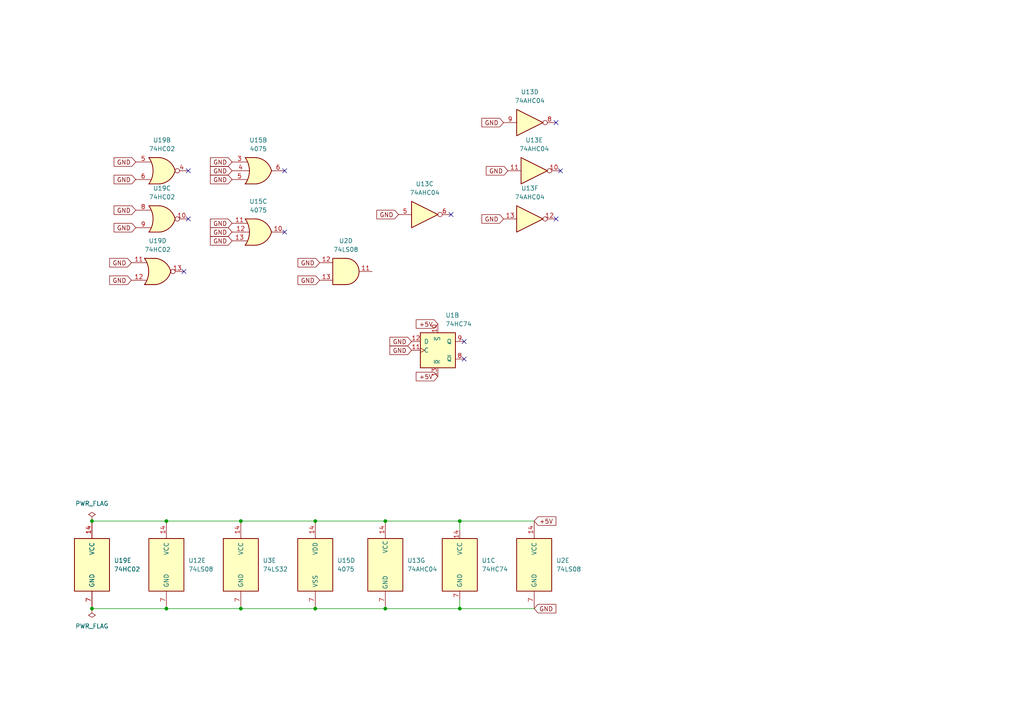
<source format=kicad_sch>
(kicad_sch (version 20231120) (generator "eeschema") (generator_version "8.0")
  (paper "A4")
  (title_block (title "Myth Microcontroller Project") (date "2024-09-21") (rev "1") (company "Picwok.com") (comment 1 "Project Contact: mim@ok-schalter.de (Michael)") (comment 2 "Author: Copyr. 2024 Michael Mangelsdorf/Dosflange@github") (comment 3 "Instruction Decoder Module") (comment 4 "Glue Logic / Spare Units"))
  (lib_symbols
    (symbol "4xxx:4075" (pin_names (offset 1.016))
      (property "Reference" "U" (at 0 1.27 0))
      (property "Value" "4075" (at 0 -1.27 0))
      (symbol "4075_1_1"
        (arc (start -3.81 -3.81) (mid -2.589 0) (end -3.81 3.81) (stroke (width 0.254)))
        (arc (start -0.6096 -3.81) (mid 2.1855 -2.584) (end 3.81 0) (stroke (width 0.254)) (fill (type background)))
        (polyline (pts (xy -3.81 -3.81) (xy -0.635 -3.81)) (stroke (width 0.254)) (fill (type background)))
        (polyline (pts (xy -3.81 3.81) (xy -0.635 3.81)) (stroke (width 0.254)) (fill (type background)))
        (polyline (pts (xy -0.635 3.81) (xy -3.81 3.81) (xy -3.81 3.81) (xy -3.556 3.4036) (xy -3.0226 2.2606) (xy -2.6924 1.0414) (xy -2.6162 -0.254) (xy -2.7686 -1.4986) (xy -3.175 -2.7178) (xy -3.81 -3.81) (xy -3.81 -3.81) (xy -0.635 -3.81)) (stroke (width -25.4)) (fill (type background)))
        (arc (start 3.81 0) (mid 2.1928 2.5925) (end -0.6096 3.81) (stroke (width 0.254)) (fill (type background)))
        (pin input line (at -7.62 2.54 0) (length 4.318) (name "~") (number "1"))
        (pin input line (at -7.62 0 0) (length 4.953) (name "~") (number "2"))
        (pin input line (at -7.62 -2.54 0) (length 4.318) (name "~") (number "8"))
        (pin output line (at 7.62 0 180) (length 3.81) (name "~") (number "9"))
      )
      (symbol "4075_1_2"
        (arc (start 0 -3.81) (mid 3.7934 0) (end 0 3.81) (stroke (width 0.254)) (fill (type background)))
        (polyline (pts (xy 0 3.81) (xy -3.81 3.81) (xy -3.81 -3.81) (xy 0 -3.81)) (stroke (width 0.254)) (fill (type background)))
        (pin input inverted (at -7.62 2.54 0) (length 3.81) (name "~") (number "1"))
        (pin input inverted (at -7.62 0 0) (length 3.81) (name "~") (number "2"))
        (pin input inverted (at -7.62 -2.54 0) (length 3.81) (name "~") (number "8"))
        (pin output inverted (at 7.62 0 180) (length 3.81) (name "~") (number "9"))
      )
      (symbol "4075_2_1"
        (arc (start -3.81 -3.81) (mid -2.589 0) (end -3.81 3.81) (stroke (width 0.254)))
        (arc (start -0.6096 -3.81) (mid 2.1855 -2.584) (end 3.81 0) (stroke (width 0.254)) (fill (type background)))
        (polyline (pts (xy -3.81 -3.81) (xy -0.635 -3.81)) (stroke (width 0.254)) (fill (type background)))
        (polyline (pts (xy -3.81 3.81) (xy -0.635 3.81)) (stroke (width 0.254)) (fill (type background)))
        (polyline (pts (xy -0.635 3.81) (xy -3.81 3.81) (xy -3.81 3.81) (xy -3.556 3.4036) (xy -3.0226 2.2606) (xy -2.6924 1.0414) (xy -2.6162 -0.254) (xy -2.7686 -1.4986) (xy -3.175 -2.7178) (xy -3.81 -3.81) (xy -3.81 -3.81) (xy -0.635 -3.81)) (stroke (width -25.4)) (fill (type background)))
        (arc (start 3.81 0) (mid 2.1928 2.5925) (end -0.6096 3.81) (stroke (width 0.254)) (fill (type background)))
        (pin input line (at -7.62 2.54 0) (length 4.318) (name "~") (number "3"))
        (pin input line (at -7.62 0 0) (length 4.953) (name "~") (number "4"))
        (pin input line (at -7.62 -2.54 0) (length 4.318) (name "~") (number "5"))
        (pin output line (at 7.62 0 180) (length 3.81) (name "~") (number "6"))
      )
      (symbol "4075_2_2"
        (arc (start 0 -3.81) (mid 3.7934 0) (end 0 3.81) (stroke (width 0.254)) (fill (type background)))
        (polyline (pts (xy 0 3.81) (xy -3.81 3.81) (xy -3.81 -3.81) (xy 0 -3.81)) (stroke (width 0.254)) (fill (type background)))
        (pin input inverted (at -7.62 2.54 0) (length 3.81) (name "~") (number "3"))
        (pin input inverted (at -7.62 0 0) (length 3.81) (name "~") (number "4"))
        (pin input inverted (at -7.62 -2.54 0) (length 3.81) (name "~") (number "5"))
        (pin output inverted (at 7.62 0 180) (length 3.81) (name "~") (number "6"))
      )
      (symbol "4075_3_1"
        (arc (start -3.81 -3.81) (mid -2.589 0) (end -3.81 3.81) (stroke (width 0.254)))
        (arc (start -0.6096 -3.81) (mid 2.1855 -2.584) (end 3.81 0) (stroke (width 0.254)) (fill (type background)))
        (polyline (pts (xy -3.81 -3.81) (xy -0.635 -3.81)) (stroke (width 0.254)) (fill (type background)))
        (polyline (pts (xy -3.81 3.81) (xy -0.635 3.81)) (stroke (width 0.254)) (fill (type background)))
        (polyline (pts (xy -0.635 3.81) (xy -3.81 3.81) (xy -3.81 3.81) (xy -3.556 3.4036) (xy -3.0226 2.2606) (xy -2.6924 1.0414) (xy -2.6162 -0.254) (xy -2.7686 -1.4986) (xy -3.175 -2.7178) (xy -3.81 -3.81) (xy -3.81 -3.81) (xy -0.635 -3.81)) (stroke (width -25.4)) (fill (type background)))
        (arc (start 3.81 0) (mid 2.1928 2.5925) (end -0.6096 3.81) (stroke (width 0.254)) (fill (type background)))
        (pin output line (at 7.62 0 180) (length 3.81) (name "~") (number "10"))
        (pin input line (at -7.62 2.54 0) (length 4.318) (name "~") (number "11"))
        (pin input line (at -7.62 0 0) (length 4.953) (name "~") (number "12"))
        (pin input line (at -7.62 -2.54 0) (length 4.318) (name "~") (number "13"))
      )
      (symbol "4075_3_2"
        (arc (start 0 -3.81) (mid 3.7934 0) (end 0 3.81) (stroke (width 0.254)) (fill (type background)))
        (polyline (pts (xy 0 3.81) (xy -3.81 3.81) (xy -3.81 -3.81) (xy 0 -3.81)) (stroke (width 0.254)) (fill (type background)))
        (pin output inverted (at 7.62 0 180) (length 3.81) (name "~") (number "10"))
        (pin input inverted (at -7.62 2.54 0) (length 3.81) (name "~") (number "11"))
        (pin input inverted (at -7.62 0 0) (length 3.81) (name "~") (number "12"))
        (pin input inverted (at -7.62 -2.54 0) (length 3.81) (name "~") (number "13"))
      )
      (symbol "4075_4_0"
        (pin power_in line (at 0 12.7 270) (length 5.08) (name "VDD") (number "14"))
        (pin power_in line (at 0 -12.7 90) (length 5.08) (name "VSS") (number "7"))
      )
      (symbol "4075_4_1"
        (rectangle (start -5.08 7.62) (end 5.08 -7.62) (stroke (width 0.254)) (fill (type background)))
      )
    )
    (symbol "74xx:74AHC04"
      (property "Reference" "U" (at 0 1.27 0))
      (property "Value" "74AHC04" (at 0 -1.27 0))
      (symbol "74AHC04_1_0"
        (polyline (pts (xy -3.81 3.81) (xy -3.81 -3.81) (xy 3.81 0) (xy -3.81 3.81)) (stroke (width 0.254)) (fill (type background)))
        (pin input line (at -7.62 0 0) (length 3.81) (name "~") (number "1"))
        (pin output inverted (at 7.62 0 180) (length 3.81) (name "~") (number "2"))
      )
      (symbol "74AHC04_2_0"
        (polyline (pts (xy -3.81 3.81) (xy -3.81 -3.81) (xy 3.81 0) (xy -3.81 3.81)) (stroke (width 0.254)) (fill (type background)))
        (pin input line (at -7.62 0 0) (length 3.81) (name "~") (number "3"))
        (pin output inverted (at 7.62 0 180) (length 3.81) (name "~") (number "4"))
      )
      (symbol "74AHC04_3_0"
        (polyline (pts (xy -3.81 3.81) (xy -3.81 -3.81) (xy 3.81 0) (xy -3.81 3.81)) (stroke (width 0.254)) (fill (type background)))
        (pin input line (at -7.62 0 0) (length 3.81) (name "~") (number "5"))
        (pin output inverted (at 7.62 0 180) (length 3.81) (name "~") (number "6"))
      )
      (symbol "74AHC04_4_0"
        (polyline (pts (xy -3.81 3.81) (xy -3.81 -3.81) (xy 3.81 0) (xy -3.81 3.81)) (stroke (width 0.254)) (fill (type background)))
        (pin output inverted (at 7.62 0 180) (length 3.81) (name "~") (number "8"))
        (pin input line (at -7.62 0 0) (length 3.81) (name "~") (number "9"))
      )
      (symbol "74AHC04_5_0"
        (polyline (pts (xy -3.81 3.81) (xy -3.81 -3.81) (xy 3.81 0) (xy -3.81 3.81)) (stroke (width 0.254)) (fill (type background)))
        (pin output inverted (at 7.62 0 180) (length 3.81) (name "~") (number "10"))
        (pin input line (at -7.62 0 0) (length 3.81) (name "~") (number "11"))
      )
      (symbol "74AHC04_6_0"
        (polyline (pts (xy -3.81 3.81) (xy -3.81 -3.81) (xy 3.81 0) (xy -3.81 3.81)) (stroke (width 0.254)) (fill (type background)))
        (pin output inverted (at 7.62 0 180) (length 3.81) (name "~") (number "12"))
        (pin input line (at -7.62 0 0) (length 3.81) (name "~") (number "13"))
      )
      (symbol "74AHC04_7_0"
        (pin power_in line (at 0 12.7 270) (length 5.08) (name "VCC") (number "14"))
        (pin power_in line (at 0 -12.7 90) (length 5.08) (name "GND") (number "7"))
      )
      (symbol "74AHC04_7_1"
        (rectangle (start -5.08 7.62) (end 5.08 -7.62) (stroke (width 0.254)) (fill (type background)))
      )
    )
    (symbol "74xx:74HC02" (pin_names (offset 1.016))
      (property "Reference" "U" (at 0 1.27 0))
      (property "Value" "74HC02" (at 0 -1.27 0))
      (symbol "74HC02_1_1"
        (arc (start -3.81 -3.81) (mid -2.589 0) (end -3.81 3.81) (stroke (width 0.254)))
        (arc (start -0.6096 -3.81) (mid 2.1842 -2.5851) (end 3.81 0) (stroke (width 0.254)) (fill (type background)))
        (polyline (pts (xy -3.81 -3.81) (xy -0.635 -3.81)) (stroke (width 0.254)) (fill (type background)))
        (polyline (pts (xy -3.81 3.81) (xy -0.635 3.81)) (stroke (width 0.254)) (fill (type background)))
        (polyline (pts (xy -0.635 3.81) (xy -3.81 3.81) (xy -3.81 3.81) (xy -3.556 3.4036) (xy -3.0226 2.2606) (xy -2.6924 1.0414) (xy -2.6162 -0.254) (xy -2.7686 -1.4986) (xy -3.175 -2.7178) (xy -3.81 -3.81) (xy -3.81 -3.81) (xy -0.635 -3.81)) (stroke (width -25.4)) (fill (type background)))
        (arc (start 3.81 0) (mid 2.1915 2.5936) (end -0.6096 3.81) (stroke (width 0.254)) (fill (type background)))
        (pin output inverted (at 7.62 0 180) (length 3.81) (name "~") (number "1"))
        (pin input line (at -7.62 2.54 0) (length 4.318) (name "~") (number "2"))
        (pin input line (at -7.62 -2.54 0) (length 4.318) (name "~") (number "3"))
      )
      (symbol "74HC02_1_2"
        (arc (start 0 -3.81) (mid 3.7934 0) (end 0 3.81) (stroke (width 0.254)) (fill (type background)))
        (polyline (pts (xy 0 3.81) (xy -3.81 3.81) (xy -3.81 -3.81) (xy 0 -3.81)) (stroke (width 0.254)) (fill (type background)))
        (pin output line (at 7.62 0 180) (length 3.81) (name "~") (number "1"))
        (pin input inverted (at -7.62 2.54 0) (length 3.81) (name "~") (number "2"))
        (pin input inverted (at -7.62 -2.54 0) (length 3.81) (name "~") (number "3"))
      )
      (symbol "74HC02_2_1"
        (arc (start -3.81 -3.81) (mid -2.589 0) (end -3.81 3.81) (stroke (width 0.254)))
        (arc (start -0.6096 -3.81) (mid 2.1842 -2.5851) (end 3.81 0) (stroke (width 0.254)) (fill (type background)))
        (polyline (pts (xy -3.81 -3.81) (xy -0.635 -3.81)) (stroke (width 0.254)) (fill (type background)))
        (polyline (pts (xy -3.81 3.81) (xy -0.635 3.81)) (stroke (width 0.254)) (fill (type background)))
        (polyline (pts (xy -0.635 3.81) (xy -3.81 3.81) (xy -3.81 3.81) (xy -3.556 3.4036) (xy -3.0226 2.2606) (xy -2.6924 1.0414) (xy -2.6162 -0.254) (xy -2.7686 -1.4986) (xy -3.175 -2.7178) (xy -3.81 -3.81) (xy -3.81 -3.81) (xy -0.635 -3.81)) (stroke (width -25.4)) (fill (type background)))
        (arc (start 3.81 0) (mid 2.1915 2.5936) (end -0.6096 3.81) (stroke (width 0.254)) (fill (type background)))
        (pin output inverted (at 7.62 0 180) (length 3.81) (name "~") (number "4"))
        (pin input line (at -7.62 2.54 0) (length 4.318) (name "~") (number "5"))
        (pin input line (at -7.62 -2.54 0) (length 4.318) (name "~") (number "6"))
      )
      (symbol "74HC02_2_2"
        (arc (start 0 -3.81) (mid 3.7934 0) (end 0 3.81) (stroke (width 0.254)) (fill (type background)))
        (polyline (pts (xy 0 3.81) (xy -3.81 3.81) (xy -3.81 -3.81) (xy 0 -3.81)) (stroke (width 0.254)) (fill (type background)))
        (pin output line (at 7.62 0 180) (length 3.81) (name "~") (number "4"))
        (pin input inverted (at -7.62 2.54 0) (length 3.81) (name "~") (number "5"))
        (pin input inverted (at -7.62 -2.54 0) (length 3.81) (name "~") (number "6"))
      )
      (symbol "74HC02_3_1"
        (arc (start -3.81 -3.81) (mid -2.589 0) (end -3.81 3.81) (stroke (width 0.254)))
        (arc (start -0.6096 -3.81) (mid 2.1842 -2.5851) (end 3.81 0) (stroke (width 0.254)) (fill (type background)))
        (polyline (pts (xy -3.81 -3.81) (xy -0.635 -3.81)) (stroke (width 0.254)) (fill (type background)))
        (polyline (pts (xy -3.81 3.81) (xy -0.635 3.81)) (stroke (width 0.254)) (fill (type background)))
        (polyline (pts (xy -0.635 3.81) (xy -3.81 3.81) (xy -3.81 3.81) (xy -3.556 3.4036) (xy -3.0226 2.2606) (xy -2.6924 1.0414) (xy -2.6162 -0.254) (xy -2.7686 -1.4986) (xy -3.175 -2.7178) (xy -3.81 -3.81) (xy -3.81 -3.81) (xy -0.635 -3.81)) (stroke (width -25.4)) (fill (type background)))
        (arc (start 3.81 0) (mid 2.1915 2.5936) (end -0.6096 3.81) (stroke (width 0.254)) (fill (type background)))
        (pin output inverted (at 7.62 0 180) (length 3.81) (name "~") (number "10"))
        (pin input line (at -7.62 2.54 0) (length 4.318) (name "~") (number "8"))
        (pin input line (at -7.62 -2.54 0) (length 4.318) (name "~") (number "9"))
      )
      (symbol "74HC02_3_2"
        (arc (start 0 -3.81) (mid 3.7934 0) (end 0 3.81) (stroke (width 0.254)) (fill (type background)))
        (polyline (pts (xy 0 3.81) (xy -3.81 3.81) (xy -3.81 -3.81) (xy 0 -3.81)) (stroke (width 0.254)) (fill (type background)))
        (pin output line (at 7.62 0 180) (length 3.81) (name "~") (number "10"))
        (pin input inverted (at -7.62 2.54 0) (length 3.81) (name "~") (number "8"))
        (pin input inverted (at -7.62 -2.54 0) (length 3.81) (name "~") (number "9"))
      )
      (symbol "74HC02_4_1"
        (arc (start -3.81 -3.81) (mid -2.589 0) (end -3.81 3.81) (stroke (width 0.254)))
        (arc (start -0.6096 -3.81) (mid 2.1842 -2.5851) (end 3.81 0) (stroke (width 0.254)) (fill (type background)))
        (polyline (pts (xy -3.81 -3.81) (xy -0.635 -3.81)) (stroke (width 0.254)) (fill (type background)))
        (polyline (pts (xy -3.81 3.81) (xy -0.635 3.81)) (stroke (width 0.254)) (fill (type background)))
        (polyline (pts (xy -0.635 3.81) (xy -3.81 3.81) (xy -3.81 3.81) (xy -3.556 3.4036) (xy -3.0226 2.2606) (xy -2.6924 1.0414) (xy -2.6162 -0.254) (xy -2.7686 -1.4986) (xy -3.175 -2.7178) (xy -3.81 -3.81) (xy -3.81 -3.81) (xy -0.635 -3.81)) (stroke (width -25.4)) (fill (type background)))
        (arc (start 3.81 0) (mid 2.1915 2.5936) (end -0.6096 3.81) (stroke (width 0.254)) (fill (type background)))
        (pin input line (at -7.62 2.54 0) (length 4.318) (name "~") (number "11"))
        (pin input line (at -7.62 -2.54 0) (length 4.318) (name "~") (number "12"))
        (pin output inverted (at 7.62 0 180) (length 3.81) (name "~") (number "13"))
      )
      (symbol "74HC02_4_2"
        (arc (start 0 -3.81) (mid 3.7934 0) (end 0 3.81) (stroke (width 0.254)) (fill (type background)))
        (polyline (pts (xy 0 3.81) (xy -3.81 3.81) (xy -3.81 -3.81) (xy 0 -3.81)) (stroke (width 0.254)) (fill (type background)))
        (pin input inverted (at -7.62 2.54 0) (length 3.81) (name "~") (number "11"))
        (pin input inverted (at -7.62 -2.54 0) (length 3.81) (name "~") (number "12"))
        (pin output line (at 7.62 0 180) (length 3.81) (name "~") (number "13"))
      )
      (symbol "74HC02_5_0"
        (pin power_in line (at 0 12.7 270) (length 5.08) (name "VCC") (number "14"))
        (pin power_in line (at 0 -12.7 90) (length 5.08) (name "GND") (number "7"))
      )
      (symbol "74HC02_5_1"
        (rectangle (start -5.08 7.62) (end 5.08 -7.62) (stroke (width 0.254)) (fill (type background)))
      )
    )
    (symbol "74xx:74HC74" (pin_names (offset 1.016))
      (property "Reference" "U" (at -7.62 8.89 0))
      (property "Value" "74HC74" (at -7.62 -8.89 0))
      (symbol "74HC74_1_0"
        (pin input line (at 0 -7.62 90) (length 2.54) (name "~{R}") (number "1"))
        (pin input line (at -7.62 2.54 0) (length 2.54) (name "D") (number "2"))
        (pin input clock (at -7.62 0 0) (length 2.54) (name "C") (number "3"))
        (pin input line (at 0 7.62 270) (length 2.54) (name "~{S}") (number "4"))
        (pin output line (at 7.62 2.54 180) (length 2.54) (name "Q") (number "5"))
        (pin output line (at 7.62 -2.54 180) (length 2.54) (name "~{Q}") (number "6"))
      )
      (symbol "74HC74_1_1"
        (rectangle (start -5.08 5.08) (end 5.08 -5.08) (stroke (width 0.254)) (fill (type background)))
      )
      (symbol "74HC74_2_0"
        (pin input line (at 0 7.62 270) (length 2.54) (name "~{S}") (number "10"))
        (pin input clock (at -7.62 0 0) (length 2.54) (name "C") (number "11"))
        (pin input line (at -7.62 2.54 0) (length 2.54) (name "D") (number "12"))
        (pin input line (at 0 -7.62 90) (length 2.54) (name "~{R}") (number "13"))
        (pin output line (at 7.62 -2.54 180) (length 2.54) (name "~{Q}") (number "8"))
        (pin output line (at 7.62 2.54 180) (length 2.54) (name "Q") (number "9"))
      )
      (symbol "74HC74_2_1"
        (rectangle (start -5.08 5.08) (end 5.08 -5.08) (stroke (width 0.254)) (fill (type background)))
      )
      (symbol "74HC74_3_0"
        (pin power_in line (at 0 10.16 270) (length 2.54) (name "VCC") (number "14"))
        (pin power_in line (at 0 -10.16 90) (length 2.54) (name "GND") (number "7"))
      )
      (symbol "74HC74_3_1"
        (rectangle (start -5.08 7.62) (end 5.08 -7.62) (stroke (width 0.254)) (fill (type background)))
      )
    )
    (symbol "74xx:74LS08" (pin_names (offset 1.016))
      (property "Reference" "U" (at 0 1.27 0))
      (property "Value" "74LS08" (at 0 -1.27 0))
      (symbol "74LS08_1_1"
        (arc (start 0 -3.81) (mid 3.7934 0) (end 0 3.81) (stroke (width 0.254)) (fill (type background)))
        (polyline (pts (xy 0 3.81) (xy -3.81 3.81) (xy -3.81 -3.81) (xy 0 -3.81)) (stroke (width 0.254)) (fill (type background)))
        (pin input line (at -7.62 2.54 0) (length 3.81) (name "~") (number "1"))
        (pin input line (at -7.62 -2.54 0) (length 3.81) (name "~") (number "2"))
        (pin output line (at 7.62 0 180) (length 3.81) (name "~") (number "3"))
      )
      (symbol "74LS08_1_2"
        (arc (start -3.81 -3.81) (mid -2.589 0) (end -3.81 3.81) (stroke (width 0.254)))
        (arc (start -0.6096 -3.81) (mid 2.1855 -2.584) (end 3.81 0) (stroke (width 0.254)) (fill (type background)))
        (polyline (pts (xy -3.81 -3.81) (xy -0.635 -3.81)) (stroke (width 0.254)) (fill (type background)))
        (polyline (pts (xy -3.81 3.81) (xy -0.635 3.81)) (stroke (width 0.254)) (fill (type background)))
        (polyline (pts (xy -0.635 3.81) (xy -3.81 3.81) (xy -3.81 3.81) (xy -3.556 3.4036) (xy -3.0226 2.2606) (xy -2.6924 1.0414) (xy -2.6162 -0.254) (xy -2.7686 -1.4986) (xy -3.175 -2.7178) (xy -3.81 -3.81) (xy -3.81 -3.81) (xy -0.635 -3.81)) (stroke (width -25.4)) (fill (type background)))
        (arc (start 3.81 0) (mid 2.1928 2.5925) (end -0.6096 3.81) (stroke (width 0.254)) (fill (type background)))
        (pin input inverted (at -7.62 2.54 0) (length 4.318) (name "~") (number "1"))
        (pin input inverted (at -7.62 -2.54 0) (length 4.318) (name "~") (number "2"))
        (pin output inverted (at 7.62 0 180) (length 3.81) (name "~") (number "3"))
      )
      (symbol "74LS08_2_1"
        (arc (start 0 -3.81) (mid 3.7934 0) (end 0 3.81) (stroke (width 0.254)) (fill (type background)))
        (polyline (pts (xy 0 3.81) (xy -3.81 3.81) (xy -3.81 -3.81) (xy 0 -3.81)) (stroke (width 0.254)) (fill (type background)))
        (pin input line (at -7.62 2.54 0) (length 3.81) (name "~") (number "4"))
        (pin input line (at -7.62 -2.54 0) (length 3.81) (name "~") (number "5"))
        (pin output line (at 7.62 0 180) (length 3.81) (name "~") (number "6"))
      )
      (symbol "74LS08_2_2"
        (arc (start -3.81 -3.81) (mid -2.589 0) (end -3.81 3.81) (stroke (width 0.254)))
        (arc (start -0.6096 -3.81) (mid 2.1855 -2.584) (end 3.81 0) (stroke (width 0.254)) (fill (type background)))
        (polyline (pts (xy -3.81 -3.81) (xy -0.635 -3.81)) (stroke (width 0.254)) (fill (type background)))
        (polyline (pts (xy -3.81 3.81) (xy -0.635 3.81)) (stroke (width 0.254)) (fill (type background)))
        (polyline (pts (xy -0.635 3.81) (xy -3.81 3.81) (xy -3.81 3.81) (xy -3.556 3.4036) (xy -3.0226 2.2606) (xy -2.6924 1.0414) (xy -2.6162 -0.254) (xy -2.7686 -1.4986) (xy -3.175 -2.7178) (xy -3.81 -3.81) (xy -3.81 -3.81) (xy -0.635 -3.81)) (stroke (width -25.4)) (fill (type background)))
        (arc (start 3.81 0) (mid 2.1928 2.5925) (end -0.6096 3.81) (stroke (width 0.254)) (fill (type background)))
        (pin input inverted (at -7.62 2.54 0) (length 4.318) (name "~") (number "4"))
        (pin input inverted (at -7.62 -2.54 0) (length 4.318) (name "~") (number "5"))
        (pin output inverted (at 7.62 0 180) (length 3.81) (name "~") (number "6"))
      )
      (symbol "74LS08_3_1"
        (arc (start 0 -3.81) (mid 3.7934 0) (end 0 3.81) (stroke (width 0.254)) (fill (type background)))
        (polyline (pts (xy 0 3.81) (xy -3.81 3.81) (xy -3.81 -3.81) (xy 0 -3.81)) (stroke (width 0.254)) (fill (type background)))
        (pin input line (at -7.62 -2.54 0) (length 3.81) (name "~") (number "10"))
        (pin output line (at 7.62 0 180) (length 3.81) (name "~") (number "8"))
        (pin input line (at -7.62 2.54 0) (length 3.81) (name "~") (number "9"))
      )
      (symbol "74LS08_3_2"
        (arc (start -3.81 -3.81) (mid -2.589 0) (end -3.81 3.81) (stroke (width 0.254)))
        (arc (start -0.6096 -3.81) (mid 2.1855 -2.584) (end 3.81 0) (stroke (width 0.254)) (fill (type background)))
        (polyline (pts (xy -3.81 -3.81) (xy -0.635 -3.81)) (stroke (width 0.254)) (fill (type background)))
        (polyline (pts (xy -3.81 3.81) (xy -0.635 3.81)) (stroke (width 0.254)) (fill (type background)))
        (polyline (pts (xy -0.635 3.81) (xy -3.81 3.81) (xy -3.81 3.81) (xy -3.556 3.4036) (xy -3.0226 2.2606) (xy -2.6924 1.0414) (xy -2.6162 -0.254) (xy -2.7686 -1.4986) (xy -3.175 -2.7178) (xy -3.81 -3.81) (xy -3.81 -3.81) (xy -0.635 -3.81)) (stroke (width -25.4)) (fill (type background)))
        (arc (start 3.81 0) (mid 2.1928 2.5925) (end -0.6096 3.81) (stroke (width 0.254)) (fill (type background)))
        (pin input inverted (at -7.62 -2.54 0) (length 4.318) (name "~") (number "10"))
        (pin output inverted (at 7.62 0 180) (length 3.81) (name "~") (number "8"))
        (pin input inverted (at -7.62 2.54 0) (length 4.318) (name "~") (number "9"))
      )
      (symbol "74LS08_4_1"
        (arc (start 0 -3.81) (mid 3.7934 0) (end 0 3.81) (stroke (width 0.254)) (fill (type background)))
        (polyline (pts (xy 0 3.81) (xy -3.81 3.81) (xy -3.81 -3.81) (xy 0 -3.81)) (stroke (width 0.254)) (fill (type background)))
        (pin output line (at 7.62 0 180) (length 3.81) (name "~") (number "11"))
        (pin input line (at -7.62 2.54 0) (length 3.81) (name "~") (number "12"))
        (pin input line (at -7.62 -2.54 0) (length 3.81) (name "~") (number "13"))
      )
      (symbol "74LS08_4_2"
        (arc (start -3.81 -3.81) (mid -2.589 0) (end -3.81 3.81) (stroke (width 0.254)))
        (arc (start -0.6096 -3.81) (mid 2.1855 -2.584) (end 3.81 0) (stroke (width 0.254)) (fill (type background)))
        (polyline (pts (xy -3.81 -3.81) (xy -0.635 -3.81)) (stroke (width 0.254)) (fill (type background)))
        (polyline (pts (xy -3.81 3.81) (xy -0.635 3.81)) (stroke (width 0.254)) (fill (type background)))
        (polyline (pts (xy -0.635 3.81) (xy -3.81 3.81) (xy -3.81 3.81) (xy -3.556 3.4036) (xy -3.0226 2.2606) (xy -2.6924 1.0414) (xy -2.6162 -0.254) (xy -2.7686 -1.4986) (xy -3.175 -2.7178) (xy -3.81 -3.81) (xy -3.81 -3.81) (xy -0.635 -3.81)) (stroke (width -25.4)) (fill (type background)))
        (arc (start 3.81 0) (mid 2.1928 2.5925) (end -0.6096 3.81) (stroke (width 0.254)) (fill (type background)))
        (pin output inverted (at 7.62 0 180) (length 3.81) (name "~") (number "11"))
        (pin input inverted (at -7.62 2.54 0) (length 4.318) (name "~") (number "12"))
        (pin input inverted (at -7.62 -2.54 0) (length 4.318) (name "~") (number "13"))
      )
      (symbol "74LS08_5_0"
        (pin power_in line (at 0 12.7 270) (length 5.08) (name "VCC") (number "14"))
        (pin power_in line (at 0 -12.7 90) (length 5.08) (name "GND") (number "7"))
      )
      (symbol "74LS08_5_1"
        (rectangle (start -5.08 7.62) (end 5.08 -7.62) (stroke (width 0.254)) (fill (type background)))
      )
    )
    (symbol "74xx:74LS32" (pin_names (offset 1.016))
      (property "Reference" "U" (at 0 1.27 0))
      (property "Value" "74LS32" (at 0 -1.27 0))
      (symbol "74LS32_1_1"
        (arc (start -3.81 -3.81) (mid -2.589 0) (end -3.81 3.81) (stroke (width 0.254)))
        (arc (start -0.6096 -3.81) (mid 2.1855 -2.584) (end 3.81 0) (stroke (width 0.254)) (fill (type background)))
        (polyline (pts (xy -3.81 -3.81) (xy -0.635 -3.81)) (stroke (width 0.254)) (fill (type background)))
        (polyline (pts (xy -3.81 3.81) (xy -0.635 3.81)) (stroke (width 0.254)) (fill (type background)))
        (polyline (pts (xy -0.635 3.81) (xy -3.81 3.81) (xy -3.81 3.81) (xy -3.556 3.4036) (xy -3.0226 2.2606) (xy -2.6924 1.0414) (xy -2.6162 -0.254) (xy -2.7686 -1.4986) (xy -3.175 -2.7178) (xy -3.81 -3.81) (xy -3.81 -3.81) (xy -0.635 -3.81)) (stroke (width -25.4)) (fill (type background)))
        (arc (start 3.81 0) (mid 2.1928 2.5925) (end -0.6096 3.81) (stroke (width 0.254)) (fill (type background)))
        (pin input line (at -7.62 2.54 0) (length 4.318) (name "~") (number "1"))
        (pin input line (at -7.62 -2.54 0) (length 4.318) (name "~") (number "2"))
        (pin output line (at 7.62 0 180) (length 3.81) (name "~") (number "3"))
      )
      (symbol "74LS32_1_2"
        (arc (start 0 -3.81) (mid 3.7934 0) (end 0 3.81) (stroke (width 0.254)) (fill (type background)))
        (polyline (pts (xy 0 3.81) (xy -3.81 3.81) (xy -3.81 -3.81) (xy 0 -3.81)) (stroke (width 0.254)) (fill (type background)))
        (pin input inverted (at -7.62 2.54 0) (length 3.81) (name "~") (number "1"))
        (pin input inverted (at -7.62 -2.54 0) (length 3.81) (name "~") (number "2"))
        (pin output inverted (at 7.62 0 180) (length 3.81) (name "~") (number "3"))
      )
      (symbol "74LS32_2_1"
        (arc (start -3.81 -3.81) (mid -2.589 0) (end -3.81 3.81) (stroke (width 0.254)))
        (arc (start -0.6096 -3.81) (mid 2.1855 -2.584) (end 3.81 0) (stroke (width 0.254)) (fill (type background)))
        (polyline (pts (xy -3.81 -3.81) (xy -0.635 -3.81)) (stroke (width 0.254)) (fill (type background)))
        (polyline (pts (xy -3.81 3.81) (xy -0.635 3.81)) (stroke (width 0.254)) (fill (type background)))
        (polyline (pts (xy -0.635 3.81) (xy -3.81 3.81) (xy -3.81 3.81) (xy -3.556 3.4036) (xy -3.0226 2.2606) (xy -2.6924 1.0414) (xy -2.6162 -0.254) (xy -2.7686 -1.4986) (xy -3.175 -2.7178) (xy -3.81 -3.81) (xy -3.81 -3.81) (xy -0.635 -3.81)) (stroke (width -25.4)) (fill (type background)))
        (arc (start 3.81 0) (mid 2.1928 2.5925) (end -0.6096 3.81) (stroke (width 0.254)) (fill (type background)))
        (pin input line (at -7.62 2.54 0) (length 4.318) (name "~") (number "4"))
        (pin input line (at -7.62 -2.54 0) (length 4.318) (name "~") (number "5"))
        (pin output line (at 7.62 0 180) (length 3.81) (name "~") (number "6"))
      )
      (symbol "74LS32_2_2"
        (arc (start 0 -3.81) (mid 3.7934 0) (end 0 3.81) (stroke (width 0.254)) (fill (type background)))
        (polyline (pts (xy 0 3.81) (xy -3.81 3.81) (xy -3.81 -3.81) (xy 0 -3.81)) (stroke (width 0.254)) (fill (type background)))
        (pin input inverted (at -7.62 2.54 0) (length 3.81) (name "~") (number "4"))
        (pin input inverted (at -7.62 -2.54 0) (length 3.81) (name "~") (number "5"))
        (pin output inverted (at 7.62 0 180) (length 3.81) (name "~") (number "6"))
      )
      (symbol "74LS32_3_1"
        (arc (start -3.81 -3.81) (mid -2.589 0) (end -3.81 3.81) (stroke (width 0.254)))
        (arc (start -0.6096 -3.81) (mid 2.1855 -2.584) (end 3.81 0) (stroke (width 0.254)) (fill (type background)))
        (polyline (pts (xy -3.81 -3.81) (xy -0.635 -3.81)) (stroke (width 0.254)) (fill (type background)))
        (polyline (pts (xy -3.81 3.81) (xy -0.635 3.81)) (stroke (width 0.254)) (fill (type background)))
        (polyline (pts (xy -0.635 3.81) (xy -3.81 3.81) (xy -3.81 3.81) (xy -3.556 3.4036) (xy -3.0226 2.2606) (xy -2.6924 1.0414) (xy -2.6162 -0.254) (xy -2.7686 -1.4986) (xy -3.175 -2.7178) (xy -3.81 -3.81) (xy -3.81 -3.81) (xy -0.635 -3.81)) (stroke (width -25.4)) (fill (type background)))
        (arc (start 3.81 0) (mid 2.1928 2.5925) (end -0.6096 3.81) (stroke (width 0.254)) (fill (type background)))
        (pin input line (at -7.62 -2.54 0) (length 4.318) (name "~") (number "10"))
        (pin output line (at 7.62 0 180) (length 3.81) (name "~") (number "8"))
        (pin input line (at -7.62 2.54 0) (length 4.318) (name "~") (number "9"))
      )
      (symbol "74LS32_3_2"
        (arc (start 0 -3.81) (mid 3.7934 0) (end 0 3.81) (stroke (width 0.254)) (fill (type background)))
        (polyline (pts (xy 0 3.81) (xy -3.81 3.81) (xy -3.81 -3.81) (xy 0 -3.81)) (stroke (width 0.254)) (fill (type background)))
        (pin input inverted (at -7.62 -2.54 0) (length 3.81) (name "~") (number "10"))
        (pin output inverted (at 7.62 0 180) (length 3.81) (name "~") (number "8"))
        (pin input inverted (at -7.62 2.54 0) (length 3.81) (name "~") (number "9"))
      )
      (symbol "74LS32_4_1"
        (arc (start -3.81 -3.81) (mid -2.589 0) (end -3.81 3.81) (stroke (width 0.254)))
        (arc (start -0.6096 -3.81) (mid 2.1855 -2.584) (end 3.81 0) (stroke (width 0.254)) (fill (type background)))
        (polyline (pts (xy -3.81 -3.81) (xy -0.635 -3.81)) (stroke (width 0.254)) (fill (type background)))
        (polyline (pts (xy -3.81 3.81) (xy -0.635 3.81)) (stroke (width 0.254)) (fill (type background)))
        (polyline (pts (xy -0.635 3.81) (xy -3.81 3.81) (xy -3.81 3.81) (xy -3.556 3.4036) (xy -3.0226 2.2606) (xy -2.6924 1.0414) (xy -2.6162 -0.254) (xy -2.7686 -1.4986) (xy -3.175 -2.7178) (xy -3.81 -3.81) (xy -3.81 -3.81) (xy -0.635 -3.81)) (stroke (width -25.4)) (fill (type background)))
        (arc (start 3.81 0) (mid 2.1928 2.5925) (end -0.6096 3.81) (stroke (width 0.254)) (fill (type background)))
        (pin output line (at 7.62 0 180) (length 3.81) (name "~") (number "11"))
        (pin input line (at -7.62 2.54 0) (length 4.318) (name "~") (number "12"))
        (pin input line (at -7.62 -2.54 0) (length 4.318) (name "~") (number "13"))
      )
      (symbol "74LS32_4_2"
        (arc (start 0 -3.81) (mid 3.7934 0) (end 0 3.81) (stroke (width 0.254)) (fill (type background)))
        (polyline (pts (xy 0 3.81) (xy -3.81 3.81) (xy -3.81 -3.81) (xy 0 -3.81)) (stroke (width 0.254)) (fill (type background)))
        (pin output inverted (at 7.62 0 180) (length 3.81) (name "~") (number "11"))
        (pin input inverted (at -7.62 2.54 0) (length 3.81) (name "~") (number "12"))
        (pin input inverted (at -7.62 -2.54 0) (length 3.81) (name "~") (number "13"))
      )
      (symbol "74LS32_5_0"
        (pin power_in line (at 0 12.7 270) (length 5.08) (name "VCC") (number "14"))
        (pin power_in line (at 0 -12.7 90) (length 5.08) (name "GND") (number "7"))
      )
      (symbol "74LS32_5_1"
        (rectangle (start -5.08 7.62) (end 5.08 -7.62) (stroke (width 0.254)) (fill (type background)))
      )
    )
    (symbol "power:PWR_FLAG" (power) (pin_numbers hide) (pin_names (offset 0) hide)
      (property "Value" "PWR_FLAG" (at 0 3.81 0))
      (symbol "PWR_FLAG_0_0"
        (pin power_out line (at 0 0 90) (length 0) (name "~") (number "1"))
      )
      (symbol "PWR_FLAG_0_1"
        (polyline (pts (xy 0 0) (xy 0 1.27) (xy -1.016 1.905) (xy 0 2.54) (xy 1.016 1.905) (xy 0 1.27)))
      )
    )
  )
  (junction (at 111.76 176.53))
  (junction (at 91.44 176.53))
  (junction (at 91.44 151.13))
  (junction (at 48.26 176.53))
  (junction (at 48.26 151.13))
  (junction (at 133.35 151.13))
  (junction (at 26.67 151.13))
  (junction (at 69.85 151.13))
  (junction (at 69.85 176.53))
  (junction (at 111.76 151.13))
  (junction (at 133.35 176.53))
  (junction (at 26.67 176.53))
  (no_connect (at 162.56 49.53))
  (no_connect (at 82.55 49.53))
  (no_connect (at 134.62 99.06))
  (no_connect (at 161.29 35.56))
  (no_connect (at 54.61 49.53))
  (no_connect (at 134.62 104.14))
  (no_connect (at 130.81 62.23))
  (no_connect (at 54.61 63.5))
  (no_connect (at 161.29 63.5))
  (no_connect (at 53.34 78.74))
  (no_connect (at 82.55 67.31))
  (wire (pts (xy 91.44 176.53) (xy 111.76 176.53)))
  (wire (pts (xy 26.67 151.13) (xy 48.26 151.13)))
  (wire (pts (xy 69.85 151.13) (xy 91.44 151.13)))
  (wire (pts (xy 133.35 151.13) (xy 154.94 151.13)))
  (wire (pts (xy 133.35 173.99) (xy 133.35 176.53)))
  (wire (pts (xy 48.26 176.53) (xy 69.85 176.53)))
  (wire (pts (xy 91.44 151.13) (xy 111.76 151.13)))
  (wire (pts (xy 69.85 176.53) (xy 91.44 176.53)))
  (wire (pts (xy 111.76 176.53) (xy 133.35 176.53)))
  (wire (pts (xy 48.26 151.13) (xy 69.85 151.13)))
  (wire (pts (xy 111.76 151.13) (xy 133.35 151.13)))
  (wire (pts (xy 133.35 176.53) (xy 154.94 176.53)))
  (wire (pts (xy 133.35 151.13) (xy 133.35 153.67)))
  (wire (pts (xy 26.67 176.53) (xy 48.26 176.53)))
  (global_label "GND" (shape input) (at 146.05 35.56 180) (property "Intersheetrefs" "${INTERSHEET_REFS}" (effects (hide yes))))
  (global_label "GND" (shape input) (at 39.37 66.04 180) (property "Intersheetrefs" "${INTERSHEET_REFS}" (effects (hide yes))))
  (global_label "GND" (shape input) (at 154.94 176.53 0) (property "Intersheetrefs" "${INTERSHEET_REFS}" (effects (hide yes))))
  (global_label "GND" (shape input) (at 92.71 76.2 180) (property "Intersheetrefs" "${INTERSHEET_REFS}" (effects (hide yes))))
  (global_label "GND" (shape input) (at 147.32 49.53 180) (property "Intersheetrefs" "${INTERSHEET_REFS}" (effects (hide yes))))
  (global_label "GND" (shape input) (at 38.1 76.2 180) (property "Intersheetrefs" "${INTERSHEET_REFS}" (effects (hide yes))))
  (global_label "GND" (shape input) (at 146.05 63.5 180) (property "Intersheetrefs" "${INTERSHEET_REFS}" (effects (hide yes))))
  (global_label "GND" (shape input) (at 38.1 81.28 180) (property "Intersheetrefs" "${INTERSHEET_REFS}" (effects (hide yes))))
  (global_label "GND" (shape input) (at 39.37 60.96 180) (property "Intersheetrefs" "${INTERSHEET_REFS}" (effects (hide yes))))
  (global_label "GND" (shape input) (at 39.37 52.07 180) (property "Intersheetrefs" "${INTERSHEET_REFS}" (effects (hide yes))))
  (global_label "+5V" (shape input) (at 127 93.98 180) (property "Intersheetrefs" "${INTERSHEET_REFS}" (effects (hide yes))))
  (global_label "GND" (shape input) (at 67.31 52.07 180) (property "Intersheetrefs" "${INTERSHEET_REFS}" (effects (hide yes))))
  (global_label "+5V" (shape input) (at 127 109.22 180) (property "Intersheetrefs" "${INTERSHEET_REFS}" (effects (hide yes))))
  (global_label "GND" (shape input) (at 39.37 46.99 180) (property "Intersheetrefs" "${INTERSHEET_REFS}" (effects (hide yes))))
  (global_label "GND" (shape input) (at 115.57 62.23 180) (property "Intersheetrefs" "${INTERSHEET_REFS}" (effects (hide yes))))
  (global_label "GND" (shape input) (at 67.31 69.85 180) (property "Intersheetrefs" "${INTERSHEET_REFS}" (effects (hide yes))))
  (global_label "GND" (shape input) (at 67.31 67.31 180) (property "Intersheetrefs" "${INTERSHEET_REFS}" (effects (hide yes))))
  (global_label "GND" (shape input) (at 67.31 49.53 180) (property "Intersheetrefs" "${INTERSHEET_REFS}" (effects (hide yes))))
  (global_label "GND" (shape input) (at 119.38 99.06 180) (property "Intersheetrefs" "${INTERSHEET_REFS}" (effects (hide yes))))
  (global_label "GND" (shape input) (at 92.71 81.28 180) (property "Intersheetrefs" "${INTERSHEET_REFS}" (effects (hide yes))))
  (global_label "GND" (shape input) (at 119.38 101.6 180) (property "Intersheetrefs" "${INTERSHEET_REFS}" (effects (hide yes))))
  (global_label "GND" (shape input) (at 67.31 64.77 180) (property "Intersheetrefs" "${INTERSHEET_REFS}" (effects (hide yes))))
  (global_label "GND" (shape input) (at 67.31 46.99 180) (property "Intersheetrefs" "${INTERSHEET_REFS}" (effects (hide yes))))
  (global_label "+5V" (shape input) (at 154.94 151.13 0) (property "Intersheetrefs" "${INTERSHEET_REFS}" (effects (hide yes))))
  (symbol (lib_id "74xx:74LS32") (at 69.85 163.83 0) (unit 5)
    (property "Reference" "U3" (at 76.2 162.5599 0) (effects (justify left)))
    (property "Value" "74LS32" (at 76.2 165.0999 0) (effects (justify left)))
    (property "Footprint" "Package_DIP:DIP-14_W7.62mm_Socket_LongPads" (effects (hide yes)))
    (property "Datasheet" "http://www.ti.com/lit/gpn/sn74LS32" (effects (hide yes)))
    (property "Description" "Quad 2-input OR" (effects (hide yes)))
  )
  (symbol (lib_id "74xx:74LS08") (at 48.26 163.83 0) (unit 5)
    (property "Reference" "U12" (at 54.61 162.5599 0) (effects (justify left)))
    (property "Value" "74LS08" (at 54.61 165.0999 0) (effects (justify left)))
    (property "Footprint" "Package_DIP:DIP-14_W7.62mm_Socket_LongPads" (effects (hide yes)))
    (property "Datasheet" "http://www.ti.com/lit/gpn/sn74LS08" (effects (hide yes)))
    (property "Description" "Quad And2" (effects (hide yes)))
  )
  (symbol (lib_id "4xxx:4075") (at 74.93 49.53 0) (unit 2)
    (property "Reference" "U15" (at 74.93 40.64 0))
    (property "Value" "4075" (at 74.93 43.18 0))
    (property "Footprint" "Package_DIP:DIP-14_W7.62mm_Socket_LongPads" (effects (hide yes)))
    (property "Datasheet" "http://www.intersil.com/content/dam/Intersil/documents/cd40/cd4071bms-72bms-75bms.pdf" (effects (hide yes)))
    (property "Description" "Triple Or 3 inputs" (effects (hide yes)))
  )
  (symbol (lib_id "74xx:74LS08") (at 100.33 78.74 0) (unit 4)
    (property "Reference" "U2" (at 100.3217 69.85 0))
    (property "Value" "74LS08" (at 100.3217 72.39 0))
    (property "Footprint" "Package_DIP:DIP-14_W7.62mm_Socket_LongPads" (effects (hide yes)))
    (property "Datasheet" "http://www.ti.com/lit/gpn/sn74LS08" (effects (hide yes)))
    (property "Description" "Quad And2" (effects (hide yes)))
  )
  (symbol (lib_id "74xx:74HC02") (at 26.67 163.83 0) (unit 5)
    (property "Reference" "U19" (at 33.02 162.5599 0) (effects (justify left)))
    (property "Value" "74HC02" (at 33.02 165.0999 0) (effects (justify left)))
    (property "Footprint" "Package_DIP:DIP-14_W7.62mm_Socket_LongPads" (effects (hide yes)))
    (property "Datasheet" "http://www.ti.com/lit/gpn/sn74hc02" (effects (hide yes)))
    (property "Description" "quad 2-input NOR gate" (effects (hide yes)))
  )
  (symbol (lib_id "74xx:74HC02") (at 45.72 78.74 0) (unit 4)
    (property "Reference" "U19" (at 45.72 69.85 0))
    (property "Value" "74HC02" (at 45.72 72.39 0))
    (property "Footprint" "Package_DIP:DIP-14_W7.62mm_Socket_LongPads" (effects (hide yes)))
    (property "Datasheet" "http://www.ti.com/lit/gpn/sn74hc02" (effects (hide yes)))
    (property "Description" "quad 2-input NOR gate" (effects (hide yes)))
  )
  (symbol (lib_id "4xxx:4075") (at 91.44 163.83 0) (unit 4)
    (property "Reference" "U15" (at 97.79 162.5599 0) (effects (justify left)))
    (property "Value" "4075" (at 97.79 165.0999 0) (effects (justify left)))
    (property "Footprint" "Package_DIP:DIP-14_W7.62mm_Socket_LongPads" (effects (hide yes)))
    (property "Datasheet" "http://www.intersil.com/content/dam/Intersil/documents/cd40/cd4071bms-72bms-75bms.pdf" (effects (hide yes)))
    (property "Description" "Triple Or 3 inputs" (effects (hide yes)))
  )
  (symbol (lib_id "74xx:74HC02") (at 46.99 63.5 0) (unit 3)
    (property "Reference" "U19" (at 46.99 54.61 0))
    (property "Value" "74HC02" (at 46.99 57.15 0))
    (property "Footprint" "Package_DIP:DIP-14_W7.62mm_Socket_LongPads" (effects (hide yes)))
    (property "Datasheet" "http://www.ti.com/lit/gpn/sn74hc02" (effects (hide yes)))
    (property "Description" "quad 2-input NOR gate" (effects (hide yes)))
  )
  (symbol (lib_id "74xx:74LS08") (at 154.94 163.83 0) (unit 5)
    (property "Reference" "U2" (at 161.29 162.5599 0) (effects (justify left)))
    (property "Value" "74LS08" (at 161.29 165.0999 0) (effects (justify left)))
    (property "Footprint" "Package_DIP:DIP-14_W7.62mm_Socket_LongPads" (effects (hide yes)))
    (property "Datasheet" "http://www.ti.com/lit/gpn/sn74LS08" (effects (hide yes)))
    (property "Description" "Quad And2" (effects (hide yes)))
  )
  (symbol (lib_id "74xx:74HC74") (at 133.35 163.83 0) (unit 3)
    (property "Reference" "U1" (at 139.7 162.5599 0) (effects (justify left)))
    (property "Value" "74HC74" (at 139.7 165.0999 0) (effects (justify left)))
    (property "Footprint" "Package_DIP:DIP-14_W7.62mm_Socket_LongPads" (effects (hide yes)))
    (property "Datasheet" "74xx/74hc_hct74.pdf" (effects (hide yes)))
    (property "Description" "Dual D Flip-flop, Set & Reset" (effects (hide yes)))
  )
  (symbol (lib_id "4xxx:4075") (at 74.93 67.31 0) (unit 3)
    (property "Reference" "U15" (at 74.93 58.42 0))
    (property "Value" "4075" (at 74.93 60.96 0))
    (property "Footprint" "Package_DIP:DIP-14_W7.62mm_Socket_LongPads" (effects (hide yes)))
    (property "Datasheet" "http://www.intersil.com/content/dam/Intersil/documents/cd40/cd4071bms-72bms-75bms.pdf" (effects (hide yes)))
    (property "Description" "Triple Or 3 inputs" (effects (hide yes)))
  )
  (symbol (lib_id "74xx:74HC74") (at 127 101.6 0) (unit 2)
    (property "Reference" "U1" (at 129.1941 91.44 0) (effects (justify left)))
    (property "Value" "74HC74" (at 129.1941 93.98 0) (effects (justify left)))
    (property "Footprint" "Package_DIP:DIP-14_W7.62mm_Socket_LongPads" (effects (hide yes)))
    (property "Datasheet" "74xx/74hc_hct74.pdf" (effects (hide yes)))
    (property "Description" "Dual D Flip-flop, Set & Reset" (effects (hide yes)))
  )
  (symbol (lib_id "74xx:74HC02") (at 46.99 49.53 0) (unit 2)
    (property "Reference" "U19" (at 46.99 40.64 0))
    (property "Value" "74HC02" (at 46.99 43.18 0))
    (property "Footprint" "Package_DIP:DIP-14_W7.62mm_Socket_LongPads" (effects (hide yes)))
    (property "Datasheet" "http://www.ti.com/lit/gpn/sn74hc02" (effects (hide yes)))
    (property "Description" "quad 2-input NOR gate" (effects (hide yes)))
  )
  (symbol (lib_id "74xx:74AHC04") (at 153.67 63.5 0) (unit 6)
    (property "Reference" "U13" (at 153.67 54.61 0))
    (property "Value" "74AHC04" (at 153.67 57.15 0))
    (property "Footprint" "Package_DIP:DIP-14_W7.62mm_Socket_LongPads" (effects (hide yes)))
    (property "Datasheet" "https://assets.nexperia.com/documents/data-sheet/74AHC_AHCT04.pdf" (effects (hide yes)))
    (property "Description" "Hex Inverter" (effects (hide yes)))
  )
  (symbol (lib_id "power:PWR_FLAG") (at 26.67 176.53 180) (unit 1)
    (property "Reference" "#FLG02" (effects (hide yes)))
    (property "Value" "PWR_FLAG" (at 26.67 181.61 0))
    (property "Description" "Special symbol for telling ERC where power comes from" (effects (hide yes)))
  )
  (symbol (lib_id "power:PWR_FLAG") (at 26.67 151.13 0) (unit 1)
    (property "Reference" "#FLG01" (effects (hide yes)))
    (property "Value" "PWR_FLAG" (at 26.67 146.05 0))
    (property "Description" "Special symbol for telling ERC where power comes from" (effects (hide yes)))
  )
  (symbol (lib_id "74xx:74AHC04") (at 154.94 49.53 0) (unit 5)
    (property "Reference" "U13" (at 154.94 40.64 0))
    (property "Value" "74AHC04" (at 154.94 43.18 0))
    (property "Footprint" "Package_DIP:DIP-14_W7.62mm_Socket_LongPads" (effects (hide yes)))
    (property "Datasheet" "https://assets.nexperia.com/documents/data-sheet/74AHC_AHCT04.pdf" (effects (hide yes)))
    (property "Description" "Hex Inverter" (effects (hide yes)))
  )
  (symbol (lib_id "74xx:74AHC04") (at 111.76 163.83 0) (unit 7)
    (property "Reference" "U13" (at 118.11 162.5599 0) (effects (justify left)))
    (property "Value" "74AHC04" (at 118.11 165.0999 0) (effects (justify left)))
    (property "Footprint" "Package_DIP:DIP-14_W7.62mm_Socket_LongPads" (effects (hide yes)))
    (property "Datasheet" "https://assets.nexperia.com/documents/data-sheet/74AHC_AHCT04.pdf" (effects (hide yes)))
    (property "Description" "Hex Inverter" (effects (hide yes)))
  )
  (symbol (lib_id "74xx:74AHC04") (at 153.67 35.56 0) (unit 4)
    (property "Reference" "U13" (at 153.67 26.67 0))
    (property "Value" "74AHC04" (at 153.67 29.21 0))
    (property "Footprint" "Package_DIP:DIP-14_W7.62mm_Socket_LongPads" (effects (hide yes)))
    (property "Datasheet" "https://assets.nexperia.com/documents/data-sheet/74AHC_AHCT04.pdf" (effects (hide yes)))
    (property "Description" "Hex Inverter" (effects (hide yes)))
  )
  (symbol (lib_id "74xx:74AHC04") (at 123.19 62.23 0) (unit 3)
    (property "Reference" "U13" (at 123.19 53.34 0))
    (property "Value" "74AHC04" (at 123.19 55.88 0))
    (property "Footprint" "Package_DIP:DIP-14_W7.62mm_Socket_LongPads" (effects (hide yes)))
    (property "Datasheet" "https://assets.nexperia.com/documents/data-sheet/74AHC_AHCT04.pdf" (effects (hide yes)))
    (property "Description" "Hex Inverter" (effects (hide yes)))
  )
)
</source>
